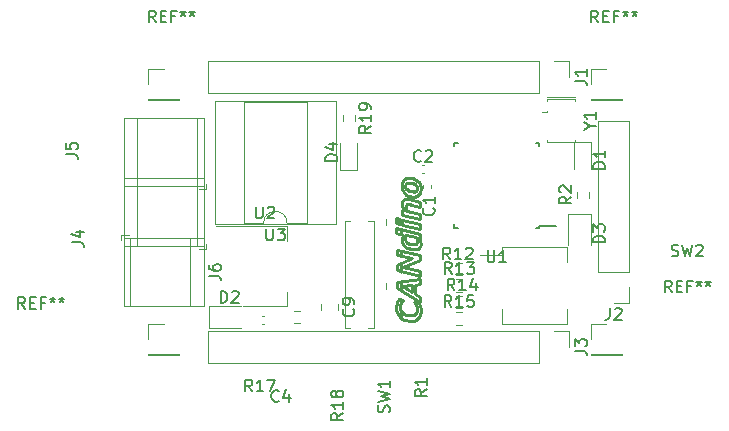
<source format=gbr>
%TF.GenerationSoftware,KiCad,Pcbnew,(5.1.7)-1*%
%TF.CreationDate,2021-02-02T18:20:17+09:00*%
%TF.ProjectId,canboard,63616e62-6f61-4726-942e-6b696361645f,rev?*%
%TF.SameCoordinates,Original*%
%TF.FileFunction,Legend,Top*%
%TF.FilePolarity,Positive*%
%FSLAX46Y46*%
G04 Gerber Fmt 4.6, Leading zero omitted, Abs format (unit mm)*
G04 Created by KiCad (PCBNEW (5.1.7)-1) date 2021-02-02 18:20:17*
%MOMM*%
%LPD*%
G01*
G04 APERTURE LIST*
%ADD10C,0.254000*%
%ADD11C,0.120000*%
%ADD12C,0.150000*%
G04 APERTURE END LIST*
D10*
X228424066Y-39625265D02*
X228411286Y-39726286D01*
X228462408Y-39546694D02*
X228424066Y-39625265D01*
X228526311Y-39490571D02*
X228462408Y-39546694D01*
X228615776Y-39456898D02*
X228526311Y-39490571D01*
X228730801Y-39445673D02*
X228615776Y-39456898D01*
X228848983Y-39450603D02*
X228730801Y-39445673D01*
X228959398Y-39465393D02*
X228848983Y-39450603D01*
X229062045Y-39490042D02*
X228959398Y-39465393D01*
X229156923Y-39524551D02*
X229062045Y-39490042D01*
X229244034Y-39568920D02*
X229156923Y-39524551D01*
X229318939Y-39621426D02*
X229244034Y-39568920D01*
X229377198Y-39680348D02*
X229318939Y-39621426D01*
X229418811Y-39745686D02*
X229377198Y-39680348D01*
X229443780Y-39817440D02*
X229418811Y-39745686D01*
X229452102Y-39895610D02*
X229443780Y-39817440D01*
X229439475Y-39998122D02*
X229452102Y-39895610D01*
X229401592Y-40077855D02*
X229439475Y-39998122D01*
X229338454Y-40134806D02*
X229401592Y-40077855D01*
X229250061Y-40168977D02*
X229338454Y-40134806D01*
X229136413Y-40180367D02*
X229250061Y-40168977D01*
X229017721Y-40175329D02*
X229136413Y-40180367D01*
X228906796Y-40160214D02*
X229017721Y-40175329D01*
X228803639Y-40135023D02*
X228906796Y-40160214D01*
X228708250Y-40099755D02*
X228803639Y-40135023D01*
X228620629Y-40054411D02*
X228708250Y-40099755D01*
X228545265Y-40000980D02*
X228620629Y-40054411D01*
X228486649Y-39941452D02*
X228545265Y-40000980D01*
X228444781Y-39875827D02*
X228486649Y-39941452D01*
X228419659Y-39804105D02*
X228444781Y-39875827D01*
X228411286Y-39726286D02*
X228419659Y-39804105D01*
X229726605Y-39758767D02*
X229737816Y-39912191D01*
X229692969Y-39617370D02*
X229726605Y-39758767D01*
X229636911Y-39488001D02*
X229692969Y-39617370D01*
X229558429Y-39370661D02*
X229636911Y-39488001D01*
X229457523Y-39265348D02*
X229558429Y-39370661D01*
X229339411Y-39175980D02*
X229457523Y-39265348D01*
X229209309Y-39106471D02*
X229339411Y-39175980D01*
X229067217Y-39056821D02*
X229209309Y-39106471D01*
X228913135Y-39027032D02*
X229067217Y-39056821D01*
X228747064Y-39017102D02*
X228913135Y-39027032D01*
X228634564Y-39024360D02*
X228747064Y-39017102D01*
X228532523Y-39046133D02*
X228634564Y-39024360D01*
X228440941Y-39082421D02*
X228532523Y-39046133D01*
X228359819Y-39133224D02*
X228440941Y-39082421D01*
X228289156Y-39198543D02*
X228359819Y-39133224D01*
X228230265Y-39277102D02*
X228289156Y-39198543D01*
X228184462Y-39367625D02*
X228230265Y-39277102D01*
X228151745Y-39470112D02*
X228184462Y-39367625D01*
X228132115Y-39584564D02*
X228151745Y-39470112D01*
X228125571Y-39710980D02*
X228132115Y-39584564D01*
X228136783Y-39864462D02*
X228125571Y-39710980D01*
X228170418Y-40006031D02*
X228136783Y-39864462D01*
X228226477Y-40135686D02*
X228170418Y-40006031D01*
X228304959Y-40253429D02*
X228226477Y-40135686D01*
X228405865Y-40359258D02*
X228304959Y-40253429D01*
X228523977Y-40449143D02*
X228405865Y-40359258D01*
X228654079Y-40519054D02*
X228523977Y-40449143D01*
X228796171Y-40568990D02*
X228654079Y-40519054D01*
X228950253Y-40598952D02*
X228796171Y-40568990D01*
X229116324Y-40608939D02*
X228950253Y-40598952D01*
X229229258Y-40601656D02*
X229116324Y-40608939D01*
X229331579Y-40579806D02*
X229229258Y-40601656D01*
X229423288Y-40543390D02*
X229331579Y-40579806D01*
X229504385Y-40492408D02*
X229423288Y-40543390D01*
X229574870Y-40426860D02*
X229504385Y-40492408D01*
X229633531Y-40348008D02*
X229574870Y-40426860D01*
X229679156Y-40257115D02*
X229633531Y-40348008D01*
X229711745Y-40154181D02*
X229679156Y-40257115D01*
X229731298Y-40039207D02*
X229711745Y-40154181D01*
X229737816Y-39912191D02*
X229731298Y-40039207D01*
X228759819Y-40837893D02*
X229697000Y-41054092D01*
X228714423Y-40828365D02*
X228759819Y-40837893D01*
X228670839Y-40820954D02*
X228714423Y-40828365D01*
X228629066Y-40815661D02*
X228670839Y-40820954D01*
X228589105Y-40812485D02*
X228629066Y-40815661D01*
X228550954Y-40811426D02*
X228589105Y-40812485D01*
X228475119Y-40815782D02*
X228550954Y-40811426D01*
X228406031Y-40828849D02*
X228475119Y-40815782D01*
X228343690Y-40850629D02*
X228406031Y-40828849D01*
X228288097Y-40881120D02*
X228343690Y-40850629D01*
X228239251Y-40920323D02*
X228288097Y-40881120D01*
X228198327Y-40967026D02*
X228239251Y-40920323D01*
X228166496Y-41020017D02*
X228198327Y-40967026D01*
X228143760Y-41079296D02*
X228166496Y-41020017D01*
X228130119Y-41144864D02*
X228143760Y-41079296D01*
X228125571Y-41216719D02*
X228130119Y-41144864D01*
X228127159Y-41258333D02*
X228125571Y-41216719D01*
X228131923Y-41300265D02*
X228127159Y-41258333D01*
X228139864Y-41342517D02*
X228131923Y-41300265D01*
X228150980Y-41385087D02*
X228139864Y-41342517D01*
X228165272Y-41427976D02*
X228150980Y-41385087D01*
X228186554Y-41476286D02*
X228165272Y-41427976D01*
X228218639Y-41535119D02*
X228186554Y-41476286D01*
X228261528Y-41604474D02*
X228218639Y-41535119D01*
X228315221Y-41684353D02*
X228261528Y-41604474D01*
X228379717Y-41774755D02*
X228315221Y-41684353D01*
X228166388Y-41724372D02*
X228379717Y-41774755D01*
X228166388Y-42134130D02*
X228166388Y-41724372D01*
X229697000Y-42486490D02*
X228166388Y-42134130D01*
X229697000Y-42077051D02*
X229697000Y-42486490D01*
X228574551Y-41818441D02*
X229697000Y-42077051D01*
X228530469Y-41733747D02*
X228574551Y-41818441D01*
X228496184Y-41654411D02*
X228530469Y-41733747D01*
X228471694Y-41580431D02*
X228496184Y-41654411D01*
X228457000Y-41511809D02*
X228471694Y-41580431D01*
X228452102Y-41448543D02*
X228457000Y-41511809D01*
X228459462Y-41375189D02*
X228452102Y-41448543D01*
X228481541Y-41318135D02*
X228459462Y-41375189D01*
X228518339Y-41277383D02*
X228481541Y-41318135D01*
X228569857Y-41252931D02*
X228518339Y-41277383D01*
X228636094Y-41244781D02*
X228569857Y-41252931D01*
X228677842Y-41246630D02*
X228636094Y-41244781D01*
X228728339Y-41252179D02*
X228677842Y-41246630D01*
X228787587Y-41261426D02*
X228728339Y-41252179D01*
X228855584Y-41274372D02*
X228787587Y-41261426D01*
X228932332Y-41291018D02*
X228855584Y-41274372D01*
X229697000Y-41466082D02*
X228932332Y-41291018D01*
X229697000Y-41054092D02*
X229697000Y-41466082D01*
X228166388Y-42970865D02*
X228166388Y-42561107D01*
X229697000Y-43323224D02*
X228166388Y-42970865D01*
X229697000Y-42913786D02*
X229697000Y-43323224D01*
X228166388Y-42561107D02*
X229697000Y-42913786D01*
X227615367Y-42851923D02*
X227615367Y-42413148D01*
X227982714Y-42935470D02*
X227615367Y-42851923D01*
X227982714Y-42496694D02*
X227982714Y-42935470D01*
X227615367Y-42413148D02*
X227982714Y-42496694D01*
X228097000Y-43789863D02*
X228097000Y-43378412D01*
X229309245Y-44068760D02*
X228452102Y-43873926D01*
X229353327Y-44149296D02*
X229309245Y-44068760D01*
X229387612Y-44223301D02*
X229353327Y-44149296D01*
X229412102Y-44290776D02*
X229387612Y-44223301D01*
X229426796Y-44351719D02*
X229412102Y-44290776D01*
X229431694Y-44406133D02*
X229426796Y-44351719D01*
X229428856Y-44454372D02*
X229431694Y-44406133D01*
X229420342Y-44497051D02*
X229428856Y-44454372D01*
X229406152Y-44534168D02*
X229420342Y-44497051D01*
X229386286Y-44565724D02*
X229406152Y-44534168D01*
X229360744Y-44591719D02*
X229386286Y-44565724D01*
X229328339Y-44612612D02*
X229360744Y-44591719D01*
X229287886Y-44628862D02*
X229328339Y-44612612D01*
X229239385Y-44640469D02*
X229287886Y-44628862D01*
X229182835Y-44647434D02*
X229239385Y-44640469D01*
X229118237Y-44649755D02*
X229182835Y-44647434D01*
X228997982Y-44644136D02*
X229118237Y-44649755D01*
X228885941Y-44627281D02*
X228997982Y-44644136D01*
X228782115Y-44599188D02*
X228885941Y-44627281D01*
X228686503Y-44559857D02*
X228782115Y-44599188D01*
X228599105Y-44509290D02*
X228686503Y-44559857D01*
X228524143Y-44448798D02*
X228599105Y-44509290D01*
X228465839Y-44379698D02*
X228524143Y-44448798D01*
X228424194Y-44301987D02*
X228465839Y-44379698D01*
X228399207Y-44215667D02*
X228424194Y-44301987D01*
X228390878Y-44120737D02*
X228399207Y-44215667D01*
X228393327Y-44070355D02*
X228390878Y-44120737D01*
X228400673Y-44020482D02*
X228393327Y-44070355D01*
X228412918Y-43971120D02*
X228400673Y-44020482D01*
X228430061Y-43922268D02*
X228412918Y-43971120D01*
X228452102Y-43873926D02*
X228430061Y-43922268D01*
X227615367Y-43676222D02*
X227615367Y-43266783D01*
X228273531Y-43831515D02*
X227615367Y-43676222D01*
X228220265Y-43911298D02*
X228273531Y-43831515D01*
X228178837Y-43994015D02*
X228220265Y-43911298D01*
X228149245Y-44079666D02*
X228178837Y-43994015D01*
X228131490Y-44168250D02*
X228149245Y-44079666D01*
X228125571Y-44259768D02*
X228131490Y-44168250D01*
X228138110Y-44392580D02*
X228125571Y-44259768D01*
X228175724Y-44517038D02*
X228138110Y-44392580D01*
X228238416Y-44633142D02*
X228175724Y-44517038D01*
X228326184Y-44740890D02*
X228238416Y-44633142D01*
X228439028Y-44840284D02*
X228326184Y-44740890D01*
X228569449Y-44925980D02*
X228439028Y-44840284D01*
X228709946Y-44992631D02*
X228569449Y-44925980D01*
X228860520Y-45040240D02*
X228709946Y-44992631D01*
X229021171Y-45068805D02*
X228860520Y-45040240D01*
X229191898Y-45078327D02*
X229021171Y-45068805D01*
X229289117Y-45073677D02*
X229191898Y-45078327D01*
X229377714Y-45059730D02*
X229289117Y-45073677D01*
X229457689Y-45036483D02*
X229377714Y-45059730D01*
X229529041Y-45003939D02*
X229457689Y-45036483D01*
X229591770Y-44962096D02*
X229529041Y-45003939D01*
X229644347Y-44912000D02*
X229591770Y-44962096D01*
X229685240Y-44854698D02*
X229644347Y-44912000D01*
X229714449Y-44790189D02*
X229685240Y-44854698D01*
X229731974Y-44718473D02*
X229714449Y-44790189D01*
X229737816Y-44639551D02*
X229731974Y-44718473D01*
X229728161Y-44546579D02*
X229737816Y-44639551D01*
X229699194Y-44447255D02*
X229728161Y-44546579D01*
X229650916Y-44341579D02*
X229699194Y-44447255D01*
X229583327Y-44229551D02*
X229650916Y-44341579D01*
X229496426Y-44111171D02*
X229583327Y-44229551D01*
X229697000Y-44159959D02*
X229496426Y-44111171D01*
X229697000Y-43749245D02*
X229697000Y-44159959D01*
X227615367Y-43266783D02*
X229697000Y-43749245D01*
X228097000Y-45628550D02*
X228097000Y-45220610D01*
X228097000Y-46954092D02*
X228097000Y-46206656D01*
X227697000Y-45536554D02*
X227697000Y-45128390D01*
X228987816Y-45833429D02*
X227697000Y-45536554D01*
X227697000Y-46374245D02*
X228987816Y-45833429D01*
X227697000Y-46861809D02*
X227697000Y-46374245D01*
X229697000Y-47323224D02*
X227697000Y-46861809D01*
X229697000Y-46915061D02*
X229697000Y-47323224D01*
X228248339Y-46580878D02*
X229697000Y-46915061D01*
X229697000Y-45975329D02*
X228248339Y-46580878D01*
X229697000Y-45589487D02*
X229697000Y-45975329D01*
X227697000Y-45128390D02*
X229697000Y-45589487D01*
X228097000Y-48595163D02*
X228097000Y-47809513D01*
X228962306Y-48672077D02*
X228962306Y-48104793D01*
X228144704Y-48200776D02*
X228962306Y-48672077D01*
X228962306Y-48104793D02*
X228144704Y-48200776D01*
X227697000Y-47866911D02*
X229697000Y-47579921D01*
X227697000Y-48351923D02*
X227697000Y-47866911D01*
X229697000Y-49568122D02*
X227697000Y-48351923D01*
X229697000Y-49101605D02*
X229697000Y-49568122D01*
X229268429Y-48849054D02*
X229697000Y-49101605D01*
X229268429Y-48067485D02*
X229268429Y-48849054D01*
X229697000Y-48017102D02*
X229268429Y-48067485D01*
X229697000Y-47579921D02*
X229697000Y-48017102D01*
X228097000Y-49580692D02*
X228097000Y-49316155D01*
X228097000Y-50876750D02*
X228097000Y-50337859D01*
X227789449Y-49399360D02*
X227864411Y-49262000D01*
X227731145Y-49540010D02*
X227789449Y-49399360D01*
X227689501Y-49683952D02*
X227731145Y-49540010D01*
X227664513Y-49831184D02*
X227689501Y-49683952D01*
X227656184Y-49981707D02*
X227664513Y-49831184D01*
X227670540Y-50176490D02*
X227656184Y-49981707D01*
X227713607Y-50357013D02*
X227670540Y-50176490D01*
X227785386Y-50523276D02*
X227713607Y-50357013D01*
X227885878Y-50675278D02*
X227785386Y-50523276D01*
X228015080Y-50813020D02*
X227885878Y-50675278D01*
X228166184Y-50930571D02*
X228015080Y-50813020D01*
X228332376Y-51022000D02*
X228166184Y-50930571D01*
X228513658Y-51087306D02*
X228332376Y-51022000D01*
X228710029Y-51126490D02*
X228513658Y-51087306D01*
X228921490Y-51139551D02*
X228710029Y-51126490D01*
X229070304Y-51129940D02*
X228921490Y-51139551D01*
X229205010Y-51101107D02*
X229070304Y-51129940D01*
X229325610Y-51053052D02*
X229205010Y-51101107D01*
X229432102Y-50985776D02*
X229325610Y-51053052D01*
X229524487Y-50899277D02*
X229432102Y-50985776D01*
X229601286Y-50796120D02*
X229524487Y-50899277D01*
X229661018Y-50678869D02*
X229601286Y-50796120D01*
X229703684Y-50547523D02*
X229661018Y-50678869D01*
X229729283Y-50402083D02*
X229703684Y-50547523D01*
X229737816Y-50242548D02*
X229729283Y-50402083D01*
X229736898Y-50192198D02*
X229737816Y-50242548D01*
X229734143Y-50140890D02*
X229736898Y-50192198D01*
X229729550Y-50088626D02*
X229734143Y-50140890D01*
X229723122Y-50035406D02*
X229729550Y-50088626D01*
X229714857Y-49981228D02*
X229723122Y-50035406D01*
X229702753Y-49922242D02*
X229714857Y-49981228D01*
X229684806Y-49854596D02*
X229702753Y-49922242D01*
X229661018Y-49778288D02*
X229684806Y-49854596D01*
X229631388Y-49693320D02*
X229661018Y-49778288D01*
X229595916Y-49599691D02*
X229631388Y-49693320D01*
X229186796Y-49506898D02*
X229595916Y-49599691D01*
X229186796Y-49550584D02*
X229186796Y-49506898D01*
X229245253Y-49635782D02*
X229186796Y-49550584D01*
X229294602Y-49713824D02*
X229245253Y-49635782D01*
X229334844Y-49784710D02*
X229294602Y-49713824D01*
X229365980Y-49848441D02*
X229334844Y-49784710D01*
X229388008Y-49905017D02*
X229365980Y-49848441D01*
X229403735Y-49957740D02*
X229388008Y-49905017D01*
X229415967Y-50009915D02*
X229403735Y-49957740D01*
X229424704Y-50061541D02*
X229415967Y-50009915D01*
X229429946Y-50112619D02*
X229424704Y-50061541D01*
X229431694Y-50163148D02*
X229429946Y-50112619D01*
X229426056Y-50252867D02*
X229431694Y-50163148D01*
X229409143Y-50334781D02*
X229426056Y-50252867D01*
X229380954Y-50408888D02*
X229409143Y-50334781D01*
X229341490Y-50475189D02*
X229380954Y-50408888D01*
X229290750Y-50533684D02*
X229341490Y-50475189D01*
X229229628Y-50582816D02*
X229290750Y-50533684D01*
X229159015Y-50621031D02*
X229229628Y-50582816D01*
X229078913Y-50648327D02*
X229159015Y-50621031D01*
X228989321Y-50664704D02*
X229078913Y-50648327D01*
X228890240Y-50670163D02*
X228989321Y-50664704D01*
X228737568Y-50662077D02*
X228890240Y-50670163D01*
X228595112Y-50637816D02*
X228737568Y-50662077D01*
X228462874Y-50597383D02*
X228595112Y-50637816D01*
X228340852Y-50540776D02*
X228462874Y-50597383D01*
X228229047Y-50467995D02*
X228340852Y-50540776D01*
X228133020Y-50382931D02*
X228229047Y-50467995D01*
X228058333Y-50289474D02*
X228133020Y-50382931D01*
X228004985Y-50187625D02*
X228058333Y-50289474D01*
X227972976Y-50077383D02*
X228004985Y-50187625D01*
X227962306Y-49958747D02*
X227972976Y-50077383D01*
X227974551Y-49838327D02*
X227962306Y-49958747D01*
X228011286Y-49722472D02*
X227974551Y-49838327D01*
X228072510Y-49611184D02*
X228011286Y-49722472D01*
X228158224Y-49504462D02*
X228072510Y-49611184D01*
X228268429Y-49402306D02*
X228158224Y-49504462D01*
X228268429Y-49356069D02*
X228268429Y-49402306D01*
X227864411Y-49262000D02*
X228268429Y-49356069D01*
D11*
%TO.C,REF\u002A\u002A*%
X244115000Y-29785000D02*
X245445000Y-29785000D01*
X244115000Y-31115000D02*
X244115000Y-29785000D01*
X244115000Y-32385000D02*
X246775000Y-32385000D01*
X246775000Y-32385000D02*
X246775000Y-32445000D01*
X244115000Y-32385000D02*
X244115000Y-32445000D01*
X244115000Y-32445000D02*
X246775000Y-32445000D01*
X244115000Y-51375000D02*
X245445000Y-51375000D01*
X244115000Y-52705000D02*
X244115000Y-51375000D01*
X244115000Y-53975000D02*
X246775000Y-53975000D01*
X246775000Y-53975000D02*
X246775000Y-54035000D01*
X244115000Y-53975000D02*
X244115000Y-54035000D01*
X244115000Y-54035000D02*
X246775000Y-54035000D01*
X206650000Y-51375000D02*
X207980000Y-51375000D01*
X206650000Y-52705000D02*
X206650000Y-51375000D01*
X206650000Y-53975000D02*
X209310000Y-53975000D01*
X209310000Y-53975000D02*
X209310000Y-54035000D01*
X206650000Y-53975000D02*
X206650000Y-54035000D01*
X206650000Y-54035000D02*
X209310000Y-54035000D01*
X206650000Y-29785000D02*
X207980000Y-29785000D01*
X206650000Y-31115000D02*
X206650000Y-29785000D01*
X206650000Y-32385000D02*
X209310000Y-32385000D01*
X209310000Y-32385000D02*
X209310000Y-32445000D01*
X206650000Y-32385000D02*
X206650000Y-32445000D01*
X206650000Y-32445000D02*
X209310000Y-32445000D01*
%TO.C,J6*%
X205130000Y-44100000D02*
X205130000Y-49880000D01*
X210230000Y-44100000D02*
X210230000Y-49880000D01*
X211350000Y-44100000D02*
X211350000Y-49880000D01*
X204610000Y-44100000D02*
X204610000Y-49880000D01*
X211350000Y-44100000D02*
X204610000Y-44100000D01*
X211350000Y-49880000D02*
X204610000Y-49880000D01*
X205010000Y-43860000D02*
X204370000Y-43860000D01*
X204370000Y-43860000D02*
X204370000Y-44260000D01*
%TO.C,J3*%
X242330000Y-52010000D02*
X242330000Y-53340000D01*
X241000000Y-52010000D02*
X242330000Y-52010000D01*
X239730000Y-52010000D02*
X239730000Y-54670000D01*
X239730000Y-54670000D02*
X211730000Y-54670000D01*
X239730000Y-52010000D02*
X211730000Y-52010000D01*
X211730000Y-52010000D02*
X211730000Y-54670000D01*
%TO.C,J1*%
X242330000Y-29150000D02*
X242330000Y-30480000D01*
X241000000Y-29150000D02*
X242330000Y-29150000D01*
X239730000Y-29150000D02*
X239730000Y-31810000D01*
X239730000Y-31810000D02*
X211730000Y-31810000D01*
X239730000Y-29150000D02*
X211730000Y-29150000D01*
X211730000Y-29150000D02*
X211730000Y-31810000D01*
%TO.C,D3*%
X244165000Y-44736500D02*
X244165000Y-42051500D01*
X244165000Y-42051500D02*
X242245000Y-42051500D01*
X242245000Y-42051500D02*
X242245000Y-44736500D01*
%TO.C,D2*%
X214535500Y-49840000D02*
X211850500Y-49840000D01*
X211850500Y-49840000D02*
X211850500Y-51760000D01*
X211850500Y-51760000D02*
X214535500Y-51760000D01*
%TO.C,Y1*%
X242835000Y-35963000D02*
X240835000Y-35963000D01*
X240835000Y-32363000D02*
X242835000Y-32363000D01*
X240435000Y-33413000D02*
X240035000Y-33413000D01*
X242835000Y-32163000D02*
X240835000Y-32163000D01*
X240835000Y-35963000D02*
X240435000Y-35963000D01*
X240835000Y-32363000D02*
X240435000Y-32363000D01*
X240835000Y-32163000D02*
X240435000Y-32163000D01*
X242835000Y-32363000D02*
X242835000Y-32513000D01*
X240435000Y-32363000D02*
X240435000Y-32513000D01*
X240435000Y-33413000D02*
X240435000Y-33363000D01*
X240435000Y-35963000D02*
X240435000Y-35813000D01*
X242835000Y-35963000D02*
X242835000Y-35813000D01*
%TO.C,U3*%
X218424000Y-42859000D02*
X220074000Y-42859000D01*
X220074000Y-42859000D02*
X220074000Y-32579000D01*
X220074000Y-32579000D02*
X214774000Y-32579000D01*
X214774000Y-32579000D02*
X214774000Y-42859000D01*
X214774000Y-42859000D02*
X216424000Y-42859000D01*
X222564000Y-42919000D02*
X222564000Y-32519000D01*
X222564000Y-32519000D02*
X212284000Y-32519000D01*
X212284000Y-32519000D02*
X212284000Y-42919000D01*
X212284000Y-42919000D02*
X222564000Y-42919000D01*
X216424000Y-42859000D02*
G75*
G02*
X218424000Y-42859000I1000000J0D01*
G01*
%TO.C,U2*%
X218445000Y-49906000D02*
X218445000Y-48646000D01*
X218445000Y-43086000D02*
X218445000Y-44346000D01*
X214685000Y-49906000D02*
X218445000Y-49906000D01*
X212435000Y-43086000D02*
X218445000Y-43086000D01*
D12*
%TO.C,U1*%
X239786000Y-43281000D02*
X239786000Y-43056000D01*
X232536000Y-43281000D02*
X232536000Y-42956000D01*
X232536000Y-36031000D02*
X232536000Y-36356000D01*
X239786000Y-36031000D02*
X239786000Y-36356000D01*
X239786000Y-43281000D02*
X239461000Y-43281000D01*
X239786000Y-36031000D02*
X239461000Y-36031000D01*
X232536000Y-36031000D02*
X232861000Y-36031000D01*
X232536000Y-43281000D02*
X232861000Y-43281000D01*
X239786000Y-43056000D02*
X241211000Y-43056000D01*
D11*
%TO.C,SW2*%
X236635000Y-51368000D02*
X242155000Y-51368000D01*
X234785000Y-45548000D02*
X236635000Y-45548000D01*
X236635000Y-44898000D02*
X236635000Y-45548000D01*
X236635000Y-44898000D02*
X242155000Y-44898000D01*
X242155000Y-44898000D02*
X242155000Y-46167000D01*
X236635000Y-50098000D02*
X236635000Y-51368000D01*
X242155000Y-50098000D02*
X242155000Y-51368000D01*
%TO.C,SW1*%
X225286000Y-51712000D02*
X225786000Y-51712000D01*
X225786000Y-51712000D02*
X225786000Y-42712000D01*
X225786000Y-42712000D02*
X225286000Y-42712000D01*
X223786000Y-42712000D02*
X223286000Y-42712000D01*
X223286000Y-42712000D02*
X223286000Y-51712000D01*
X223286000Y-51712000D02*
X223786000Y-51712000D01*
%TO.C,R19*%
X224169500Y-33734742D02*
X224169500Y-34209258D01*
X223124500Y-33734742D02*
X223124500Y-34209258D01*
%TO.C,R18*%
X227852500Y-48433258D02*
X227852500Y-47958742D01*
X226807500Y-48433258D02*
X226807500Y-47958742D01*
%TO.C,R17*%
X219502258Y-51322500D02*
X219027742Y-51322500D01*
X219502258Y-50277500D02*
X219027742Y-50277500D01*
%TO.C,R15*%
X232744742Y-51449500D02*
X233219258Y-51449500D01*
X232744742Y-50404500D02*
X233219258Y-50404500D01*
%TO.C,R14*%
X232744742Y-50052500D02*
X233219258Y-50052500D01*
X232744742Y-49007500D02*
X233219258Y-49007500D01*
%TO.C,R13*%
X232757442Y-47610500D02*
X233231958Y-47610500D01*
X232757442Y-48655500D02*
X233231958Y-48655500D01*
%TO.C,R12*%
X232744742Y-47258500D02*
X233219258Y-47258500D01*
X232744742Y-46213500D02*
X233219258Y-46213500D01*
%TO.C,R2*%
X242936500Y-40686258D02*
X242936500Y-40211742D01*
X243981500Y-40686258D02*
X243981500Y-40211742D01*
%TO.C,R1*%
X227806500Y-42497742D02*
X227806500Y-42972258D01*
X226761500Y-42497742D02*
X226761500Y-42972258D01*
%TO.C,J5*%
X211590000Y-39960000D02*
X211590000Y-39560000D01*
X210950000Y-39960000D02*
X211590000Y-39960000D01*
X204610000Y-33940000D02*
X211350000Y-33940000D01*
X204610000Y-39720000D02*
X211350000Y-39720000D01*
X211350000Y-39720000D02*
X211350000Y-33940000D01*
X204610000Y-39720000D02*
X204610000Y-33940000D01*
X205730000Y-39720000D02*
X205730000Y-33940000D01*
X210830000Y-39720000D02*
X210830000Y-33940000D01*
%TO.C,J4*%
X211590000Y-45040000D02*
X211590000Y-44640000D01*
X210950000Y-45040000D02*
X211590000Y-45040000D01*
X204610000Y-39020000D02*
X211350000Y-39020000D01*
X204610000Y-44800000D02*
X211350000Y-44800000D01*
X211350000Y-44800000D02*
X211350000Y-39020000D01*
X204610000Y-44800000D02*
X204610000Y-39020000D01*
X205730000Y-44800000D02*
X205730000Y-39020000D01*
X210830000Y-44800000D02*
X210830000Y-39020000D01*
%TO.C,J2*%
X247410000Y-34230000D02*
X244750000Y-34230000D01*
X247410000Y-46990000D02*
X247410000Y-34230000D01*
X244750000Y-46990000D02*
X244750000Y-34230000D01*
X247410000Y-46990000D02*
X244750000Y-46990000D01*
X247410000Y-48260000D02*
X247410000Y-49590000D01*
X247410000Y-49590000D02*
X246080000Y-49590000D01*
%TO.C,D4*%
X222912000Y-36055500D02*
X222912000Y-38340500D01*
X222912000Y-38340500D02*
X224382000Y-38340500D01*
X224382000Y-38340500D02*
X224382000Y-36055500D01*
%TO.C,D1*%
X244194000Y-38290500D02*
X244194000Y-36005500D01*
X244194000Y-36005500D02*
X242724000Y-36005500D01*
X242724000Y-36005500D02*
X242724000Y-38290500D01*
%TO.C,C9*%
X222731000Y-49710748D02*
X222731000Y-50233252D01*
X221261000Y-49710748D02*
X221261000Y-50233252D01*
%TO.C,C4*%
X216487836Y-51414000D02*
X216272164Y-51414000D01*
X216487836Y-50694000D02*
X216272164Y-50694000D01*
%TO.C,C2*%
X230043936Y-38650500D02*
X229828264Y-38650500D01*
X230043936Y-37930500D02*
X229828264Y-37930500D01*
%TO.C,C1*%
X230623700Y-39655864D02*
X230623700Y-39871536D01*
X229903700Y-39655864D02*
X229903700Y-39871536D01*
%TO.C,REF\u002A\u002A*%
D12*
X244746666Y-25852380D02*
X244413333Y-25376190D01*
X244175238Y-25852380D02*
X244175238Y-24852380D01*
X244556190Y-24852380D01*
X244651428Y-24900000D01*
X244699047Y-24947619D01*
X244746666Y-25042857D01*
X244746666Y-25185714D01*
X244699047Y-25280952D01*
X244651428Y-25328571D01*
X244556190Y-25376190D01*
X244175238Y-25376190D01*
X245175238Y-25328571D02*
X245508571Y-25328571D01*
X245651428Y-25852380D02*
X245175238Y-25852380D01*
X245175238Y-24852380D01*
X245651428Y-24852380D01*
X246413333Y-25328571D02*
X246080000Y-25328571D01*
X246080000Y-25852380D02*
X246080000Y-24852380D01*
X246556190Y-24852380D01*
X247080000Y-24852380D02*
X247080000Y-25090476D01*
X246841904Y-24995238D02*
X247080000Y-25090476D01*
X247318095Y-24995238D01*
X246937142Y-25280952D02*
X247080000Y-25090476D01*
X247222857Y-25280952D01*
X247841904Y-24852380D02*
X247841904Y-25090476D01*
X247603809Y-24995238D02*
X247841904Y-25090476D01*
X248080000Y-24995238D01*
X247699047Y-25280952D02*
X247841904Y-25090476D01*
X247984761Y-25280952D01*
X250969666Y-48712380D02*
X250636333Y-48236190D01*
X250398238Y-48712380D02*
X250398238Y-47712380D01*
X250779190Y-47712380D01*
X250874428Y-47760000D01*
X250922047Y-47807619D01*
X250969666Y-47902857D01*
X250969666Y-48045714D01*
X250922047Y-48140952D01*
X250874428Y-48188571D01*
X250779190Y-48236190D01*
X250398238Y-48236190D01*
X251398238Y-48188571D02*
X251731571Y-48188571D01*
X251874428Y-48712380D02*
X251398238Y-48712380D01*
X251398238Y-47712380D01*
X251874428Y-47712380D01*
X252636333Y-48188571D02*
X252303000Y-48188571D01*
X252303000Y-48712380D02*
X252303000Y-47712380D01*
X252779190Y-47712380D01*
X253303000Y-47712380D02*
X253303000Y-47950476D01*
X253064904Y-47855238D02*
X253303000Y-47950476D01*
X253541095Y-47855238D01*
X253160142Y-48140952D02*
X253303000Y-47950476D01*
X253445857Y-48140952D01*
X254064904Y-47712380D02*
X254064904Y-47950476D01*
X253826809Y-47855238D02*
X254064904Y-47950476D01*
X254303000Y-47855238D01*
X253922047Y-48140952D02*
X254064904Y-47950476D01*
X254207761Y-48140952D01*
X196232666Y-50109380D02*
X195899333Y-49633190D01*
X195661238Y-50109380D02*
X195661238Y-49109380D01*
X196042190Y-49109380D01*
X196137428Y-49157000D01*
X196185047Y-49204619D01*
X196232666Y-49299857D01*
X196232666Y-49442714D01*
X196185047Y-49537952D01*
X196137428Y-49585571D01*
X196042190Y-49633190D01*
X195661238Y-49633190D01*
X196661238Y-49585571D02*
X196994571Y-49585571D01*
X197137428Y-50109380D02*
X196661238Y-50109380D01*
X196661238Y-49109380D01*
X197137428Y-49109380D01*
X197899333Y-49585571D02*
X197566000Y-49585571D01*
X197566000Y-50109380D02*
X197566000Y-49109380D01*
X198042190Y-49109380D01*
X198566000Y-49109380D02*
X198566000Y-49347476D01*
X198327904Y-49252238D02*
X198566000Y-49347476D01*
X198804095Y-49252238D01*
X198423142Y-49537952D02*
X198566000Y-49347476D01*
X198708857Y-49537952D01*
X199327904Y-49109380D02*
X199327904Y-49347476D01*
X199089809Y-49252238D02*
X199327904Y-49347476D01*
X199566000Y-49252238D01*
X199185047Y-49537952D02*
X199327904Y-49347476D01*
X199470761Y-49537952D01*
X207281666Y-25852380D02*
X206948333Y-25376190D01*
X206710238Y-25852380D02*
X206710238Y-24852380D01*
X207091190Y-24852380D01*
X207186428Y-24900000D01*
X207234047Y-24947619D01*
X207281666Y-25042857D01*
X207281666Y-25185714D01*
X207234047Y-25280952D01*
X207186428Y-25328571D01*
X207091190Y-25376190D01*
X206710238Y-25376190D01*
X207710238Y-25328571D02*
X208043571Y-25328571D01*
X208186428Y-25852380D02*
X207710238Y-25852380D01*
X207710238Y-24852380D01*
X208186428Y-24852380D01*
X208948333Y-25328571D02*
X208615000Y-25328571D01*
X208615000Y-25852380D02*
X208615000Y-24852380D01*
X209091190Y-24852380D01*
X209615000Y-24852380D02*
X209615000Y-25090476D01*
X209376904Y-24995238D02*
X209615000Y-25090476D01*
X209853095Y-24995238D01*
X209472142Y-25280952D02*
X209615000Y-25090476D01*
X209757857Y-25280952D01*
X210376904Y-24852380D02*
X210376904Y-25090476D01*
X210138809Y-24995238D02*
X210376904Y-25090476D01*
X210615000Y-24995238D01*
X210234047Y-25280952D02*
X210376904Y-25090476D01*
X210519761Y-25280952D01*
%TO.C,J6*%
X211802380Y-47323333D02*
X212516666Y-47323333D01*
X212659523Y-47370952D01*
X212754761Y-47466190D01*
X212802380Y-47609047D01*
X212802380Y-47704285D01*
X211802380Y-46418571D02*
X211802380Y-46609047D01*
X211850000Y-46704285D01*
X211897619Y-46751904D01*
X212040476Y-46847142D01*
X212230952Y-46894761D01*
X212611904Y-46894761D01*
X212707142Y-46847142D01*
X212754761Y-46799523D01*
X212802380Y-46704285D01*
X212802380Y-46513809D01*
X212754761Y-46418571D01*
X212707142Y-46370952D01*
X212611904Y-46323333D01*
X212373809Y-46323333D01*
X212278571Y-46370952D01*
X212230952Y-46418571D01*
X212183333Y-46513809D01*
X212183333Y-46704285D01*
X212230952Y-46799523D01*
X212278571Y-46847142D01*
X212373809Y-46894761D01*
%TO.C,J3*%
X242782380Y-53673333D02*
X243496666Y-53673333D01*
X243639523Y-53720952D01*
X243734761Y-53816190D01*
X243782380Y-53959047D01*
X243782380Y-54054285D01*
X242782380Y-53292380D02*
X242782380Y-52673333D01*
X243163333Y-53006666D01*
X243163333Y-52863809D01*
X243210952Y-52768571D01*
X243258571Y-52720952D01*
X243353809Y-52673333D01*
X243591904Y-52673333D01*
X243687142Y-52720952D01*
X243734761Y-52768571D01*
X243782380Y-52863809D01*
X243782380Y-53149523D01*
X243734761Y-53244761D01*
X243687142Y-53292380D01*
%TO.C,J1*%
X242782380Y-30813333D02*
X243496666Y-30813333D01*
X243639523Y-30860952D01*
X243734761Y-30956190D01*
X243782380Y-31099047D01*
X243782380Y-31194285D01*
X243782380Y-29813333D02*
X243782380Y-30384761D01*
X243782380Y-30099047D02*
X242782380Y-30099047D01*
X242925238Y-30194285D01*
X243020476Y-30289523D01*
X243068095Y-30384761D01*
%TO.C,*%
%TO.C,D3*%
X245307380Y-44474595D02*
X244307380Y-44474595D01*
X244307380Y-44236500D01*
X244355000Y-44093642D01*
X244450238Y-43998404D01*
X244545476Y-43950785D01*
X244735952Y-43903166D01*
X244878809Y-43903166D01*
X245069285Y-43950785D01*
X245164523Y-43998404D01*
X245259761Y-44093642D01*
X245307380Y-44236500D01*
X245307380Y-44474595D01*
X244307380Y-43569833D02*
X244307380Y-42950785D01*
X244688333Y-43284119D01*
X244688333Y-43141261D01*
X244735952Y-43046023D01*
X244783571Y-42998404D01*
X244878809Y-42950785D01*
X245116904Y-42950785D01*
X245212142Y-42998404D01*
X245259761Y-43046023D01*
X245307380Y-43141261D01*
X245307380Y-43426976D01*
X245259761Y-43522214D01*
X245212142Y-43569833D01*
%TO.C,D2*%
X212797404Y-49602380D02*
X212797404Y-48602380D01*
X213035500Y-48602380D01*
X213178357Y-48650000D01*
X213273595Y-48745238D01*
X213321214Y-48840476D01*
X213368833Y-49030952D01*
X213368833Y-49173809D01*
X213321214Y-49364285D01*
X213273595Y-49459523D01*
X213178357Y-49554761D01*
X213035500Y-49602380D01*
X212797404Y-49602380D01*
X213749785Y-48697619D02*
X213797404Y-48650000D01*
X213892642Y-48602380D01*
X214130738Y-48602380D01*
X214225976Y-48650000D01*
X214273595Y-48697619D01*
X214321214Y-48792857D01*
X214321214Y-48888095D01*
X214273595Y-49030952D01*
X213702166Y-49602380D01*
X214321214Y-49602380D01*
%TO.C,Y1*%
X244061190Y-34639190D02*
X244537380Y-34639190D01*
X243537380Y-34972523D02*
X244061190Y-34639190D01*
X243537380Y-34305857D01*
X244537380Y-33448714D02*
X244537380Y-34020142D01*
X244537380Y-33734428D02*
X243537380Y-33734428D01*
X243680238Y-33829666D01*
X243775476Y-33924904D01*
X243823095Y-34020142D01*
%TO.C,U3*%
X216662095Y-43311380D02*
X216662095Y-44120904D01*
X216709714Y-44216142D01*
X216757333Y-44263761D01*
X216852571Y-44311380D01*
X217043047Y-44311380D01*
X217138285Y-44263761D01*
X217185904Y-44216142D01*
X217233523Y-44120904D01*
X217233523Y-43311380D01*
X217614476Y-43311380D02*
X218233523Y-43311380D01*
X217900190Y-43692333D01*
X218043047Y-43692333D01*
X218138285Y-43739952D01*
X218185904Y-43787571D01*
X218233523Y-43882809D01*
X218233523Y-44120904D01*
X218185904Y-44216142D01*
X218138285Y-44263761D01*
X218043047Y-44311380D01*
X217757333Y-44311380D01*
X217662095Y-44263761D01*
X217614476Y-44216142D01*
%TO.C,U2*%
X215773095Y-41448380D02*
X215773095Y-42257904D01*
X215820714Y-42353142D01*
X215868333Y-42400761D01*
X215963571Y-42448380D01*
X216154047Y-42448380D01*
X216249285Y-42400761D01*
X216296904Y-42353142D01*
X216344523Y-42257904D01*
X216344523Y-41448380D01*
X216773095Y-41543619D02*
X216820714Y-41496000D01*
X216915952Y-41448380D01*
X217154047Y-41448380D01*
X217249285Y-41496000D01*
X217296904Y-41543619D01*
X217344523Y-41638857D01*
X217344523Y-41734095D01*
X217296904Y-41876952D01*
X216725476Y-42448380D01*
X217344523Y-42448380D01*
%TO.C,U1*%
X235399095Y-45158380D02*
X235399095Y-45967904D01*
X235446714Y-46063142D01*
X235494333Y-46110761D01*
X235589571Y-46158380D01*
X235780047Y-46158380D01*
X235875285Y-46110761D01*
X235922904Y-46063142D01*
X235970523Y-45967904D01*
X235970523Y-45158380D01*
X236970523Y-46158380D02*
X236399095Y-46158380D01*
X236684809Y-46158380D02*
X236684809Y-45158380D01*
X236589571Y-45301238D01*
X236494333Y-45396476D01*
X236399095Y-45444095D01*
%TO.C,SW2*%
X250969666Y-45616761D02*
X251112523Y-45664380D01*
X251350619Y-45664380D01*
X251445857Y-45616761D01*
X251493476Y-45569142D01*
X251541095Y-45473904D01*
X251541095Y-45378666D01*
X251493476Y-45283428D01*
X251445857Y-45235809D01*
X251350619Y-45188190D01*
X251160142Y-45140571D01*
X251064904Y-45092952D01*
X251017285Y-45045333D01*
X250969666Y-44950095D01*
X250969666Y-44854857D01*
X251017285Y-44759619D01*
X251064904Y-44712000D01*
X251160142Y-44664380D01*
X251398238Y-44664380D01*
X251541095Y-44712000D01*
X251874428Y-44664380D02*
X252112523Y-45664380D01*
X252303000Y-44950095D01*
X252493476Y-45664380D01*
X252731571Y-44664380D01*
X253064904Y-44759619D02*
X253112523Y-44712000D01*
X253207761Y-44664380D01*
X253445857Y-44664380D01*
X253541095Y-44712000D01*
X253588714Y-44759619D01*
X253636333Y-44854857D01*
X253636333Y-44950095D01*
X253588714Y-45092952D01*
X253017285Y-45664380D01*
X253636333Y-45664380D01*
%TO.C,SW1*%
X227053761Y-58864333D02*
X227101380Y-58721476D01*
X227101380Y-58483380D01*
X227053761Y-58388142D01*
X227006142Y-58340523D01*
X226910904Y-58292904D01*
X226815666Y-58292904D01*
X226720428Y-58340523D01*
X226672809Y-58388142D01*
X226625190Y-58483380D01*
X226577571Y-58673857D01*
X226529952Y-58769095D01*
X226482333Y-58816714D01*
X226387095Y-58864333D01*
X226291857Y-58864333D01*
X226196619Y-58816714D01*
X226149000Y-58769095D01*
X226101380Y-58673857D01*
X226101380Y-58435761D01*
X226149000Y-58292904D01*
X226101380Y-57959571D02*
X227101380Y-57721476D01*
X226387095Y-57531000D01*
X227101380Y-57340523D01*
X226101380Y-57102428D01*
X227101380Y-56197666D02*
X227101380Y-56769095D01*
X227101380Y-56483380D02*
X226101380Y-56483380D01*
X226244238Y-56578619D01*
X226339476Y-56673857D01*
X226387095Y-56769095D01*
%TO.C,R19*%
X225529380Y-34614857D02*
X225053190Y-34948190D01*
X225529380Y-35186285D02*
X224529380Y-35186285D01*
X224529380Y-34805333D01*
X224577000Y-34710095D01*
X224624619Y-34662476D01*
X224719857Y-34614857D01*
X224862714Y-34614857D01*
X224957952Y-34662476D01*
X225005571Y-34710095D01*
X225053190Y-34805333D01*
X225053190Y-35186285D01*
X225529380Y-33662476D02*
X225529380Y-34233904D01*
X225529380Y-33948190D02*
X224529380Y-33948190D01*
X224672238Y-34043428D01*
X224767476Y-34138666D01*
X224815095Y-34233904D01*
X225529380Y-33186285D02*
X225529380Y-32995809D01*
X225481761Y-32900571D01*
X225434142Y-32852952D01*
X225291285Y-32757714D01*
X225100809Y-32710095D01*
X224719857Y-32710095D01*
X224624619Y-32757714D01*
X224577000Y-32805333D01*
X224529380Y-32900571D01*
X224529380Y-33091047D01*
X224577000Y-33186285D01*
X224624619Y-33233904D01*
X224719857Y-33281523D01*
X224957952Y-33281523D01*
X225053190Y-33233904D01*
X225100809Y-33186285D01*
X225148428Y-33091047D01*
X225148428Y-32900571D01*
X225100809Y-32805333D01*
X225053190Y-32757714D01*
X224957952Y-32710095D01*
%TO.C,R18*%
X223164380Y-58935857D02*
X222688190Y-59269190D01*
X223164380Y-59507285D02*
X222164380Y-59507285D01*
X222164380Y-59126333D01*
X222212000Y-59031095D01*
X222259619Y-58983476D01*
X222354857Y-58935857D01*
X222497714Y-58935857D01*
X222592952Y-58983476D01*
X222640571Y-59031095D01*
X222688190Y-59126333D01*
X222688190Y-59507285D01*
X223164380Y-57983476D02*
X223164380Y-58554904D01*
X223164380Y-58269190D02*
X222164380Y-58269190D01*
X222307238Y-58364428D01*
X222402476Y-58459666D01*
X222450095Y-58554904D01*
X222592952Y-57412047D02*
X222545333Y-57507285D01*
X222497714Y-57554904D01*
X222402476Y-57602523D01*
X222354857Y-57602523D01*
X222259619Y-57554904D01*
X222212000Y-57507285D01*
X222164380Y-57412047D01*
X222164380Y-57221571D01*
X222212000Y-57126333D01*
X222259619Y-57078714D01*
X222354857Y-57031095D01*
X222402476Y-57031095D01*
X222497714Y-57078714D01*
X222545333Y-57126333D01*
X222592952Y-57221571D01*
X222592952Y-57412047D01*
X222640571Y-57507285D01*
X222688190Y-57554904D01*
X222783428Y-57602523D01*
X222973904Y-57602523D01*
X223069142Y-57554904D01*
X223116761Y-57507285D01*
X223164380Y-57412047D01*
X223164380Y-57221571D01*
X223116761Y-57126333D01*
X223069142Y-57078714D01*
X222973904Y-57031095D01*
X222783428Y-57031095D01*
X222688190Y-57078714D01*
X222640571Y-57126333D01*
X222592952Y-57221571D01*
%TO.C,R17*%
X215465142Y-57094380D02*
X215131809Y-56618190D01*
X214893714Y-57094380D02*
X214893714Y-56094380D01*
X215274666Y-56094380D01*
X215369904Y-56142000D01*
X215417523Y-56189619D01*
X215465142Y-56284857D01*
X215465142Y-56427714D01*
X215417523Y-56522952D01*
X215369904Y-56570571D01*
X215274666Y-56618190D01*
X214893714Y-56618190D01*
X216417523Y-57094380D02*
X215846095Y-57094380D01*
X216131809Y-57094380D02*
X216131809Y-56094380D01*
X216036571Y-56237238D01*
X215941333Y-56332476D01*
X215846095Y-56380095D01*
X216750857Y-56094380D02*
X217417523Y-56094380D01*
X216988952Y-57094380D01*
%TO.C,R15*%
X232339142Y-49949380D02*
X232005809Y-49473190D01*
X231767714Y-49949380D02*
X231767714Y-48949380D01*
X232148666Y-48949380D01*
X232243904Y-48997000D01*
X232291523Y-49044619D01*
X232339142Y-49139857D01*
X232339142Y-49282714D01*
X232291523Y-49377952D01*
X232243904Y-49425571D01*
X232148666Y-49473190D01*
X231767714Y-49473190D01*
X233291523Y-49949380D02*
X232720095Y-49949380D01*
X233005809Y-49949380D02*
X233005809Y-48949380D01*
X232910571Y-49092238D01*
X232815333Y-49187476D01*
X232720095Y-49235095D01*
X234196285Y-48949380D02*
X233720095Y-48949380D01*
X233672476Y-49425571D01*
X233720095Y-49377952D01*
X233815333Y-49330333D01*
X234053428Y-49330333D01*
X234148666Y-49377952D01*
X234196285Y-49425571D01*
X234243904Y-49520809D01*
X234243904Y-49758904D01*
X234196285Y-49854142D01*
X234148666Y-49901761D01*
X234053428Y-49949380D01*
X233815333Y-49949380D01*
X233720095Y-49901761D01*
X233672476Y-49854142D01*
%TO.C,R14*%
X232593142Y-48552380D02*
X232259809Y-48076190D01*
X232021714Y-48552380D02*
X232021714Y-47552380D01*
X232402666Y-47552380D01*
X232497904Y-47600000D01*
X232545523Y-47647619D01*
X232593142Y-47742857D01*
X232593142Y-47885714D01*
X232545523Y-47980952D01*
X232497904Y-48028571D01*
X232402666Y-48076190D01*
X232021714Y-48076190D01*
X233545523Y-48552380D02*
X232974095Y-48552380D01*
X233259809Y-48552380D02*
X233259809Y-47552380D01*
X233164571Y-47695238D01*
X233069333Y-47790476D01*
X232974095Y-47838095D01*
X234402666Y-47885714D02*
X234402666Y-48552380D01*
X234164571Y-47504761D02*
X233926476Y-48219047D01*
X234545523Y-48219047D01*
%TO.C,R13*%
X232351842Y-47155380D02*
X232018509Y-46679190D01*
X231780414Y-47155380D02*
X231780414Y-46155380D01*
X232161366Y-46155380D01*
X232256604Y-46203000D01*
X232304223Y-46250619D01*
X232351842Y-46345857D01*
X232351842Y-46488714D01*
X232304223Y-46583952D01*
X232256604Y-46631571D01*
X232161366Y-46679190D01*
X231780414Y-46679190D01*
X233304223Y-47155380D02*
X232732795Y-47155380D01*
X233018509Y-47155380D02*
X233018509Y-46155380D01*
X232923271Y-46298238D01*
X232828033Y-46393476D01*
X232732795Y-46441095D01*
X233637557Y-46155380D02*
X234256604Y-46155380D01*
X233923271Y-46536333D01*
X234066128Y-46536333D01*
X234161366Y-46583952D01*
X234208985Y-46631571D01*
X234256604Y-46726809D01*
X234256604Y-46964904D01*
X234208985Y-47060142D01*
X234161366Y-47107761D01*
X234066128Y-47155380D01*
X233780414Y-47155380D01*
X233685176Y-47107761D01*
X233637557Y-47060142D01*
%TO.C,R12*%
X232229142Y-45918380D02*
X231895809Y-45442190D01*
X231657714Y-45918380D02*
X231657714Y-44918380D01*
X232038666Y-44918380D01*
X232133904Y-44966000D01*
X232181523Y-45013619D01*
X232229142Y-45108857D01*
X232229142Y-45251714D01*
X232181523Y-45346952D01*
X232133904Y-45394571D01*
X232038666Y-45442190D01*
X231657714Y-45442190D01*
X233181523Y-45918380D02*
X232610095Y-45918380D01*
X232895809Y-45918380D02*
X232895809Y-44918380D01*
X232800571Y-45061238D01*
X232705333Y-45156476D01*
X232610095Y-45204095D01*
X233562476Y-45013619D02*
X233610095Y-44966000D01*
X233705333Y-44918380D01*
X233943428Y-44918380D01*
X234038666Y-44966000D01*
X234086285Y-45013619D01*
X234133904Y-45108857D01*
X234133904Y-45204095D01*
X234086285Y-45346952D01*
X233514857Y-45918380D01*
X234133904Y-45918380D01*
%TO.C,R2*%
X242481380Y-40615666D02*
X242005190Y-40949000D01*
X242481380Y-41187095D02*
X241481380Y-41187095D01*
X241481380Y-40806142D01*
X241529000Y-40710904D01*
X241576619Y-40663285D01*
X241671857Y-40615666D01*
X241814714Y-40615666D01*
X241909952Y-40663285D01*
X241957571Y-40710904D01*
X242005190Y-40806142D01*
X242005190Y-41187095D01*
X241576619Y-40234714D02*
X241529000Y-40187095D01*
X241481380Y-40091857D01*
X241481380Y-39853761D01*
X241529000Y-39758523D01*
X241576619Y-39710904D01*
X241671857Y-39663285D01*
X241767095Y-39663285D01*
X241909952Y-39710904D01*
X242481380Y-40282333D01*
X242481380Y-39663285D01*
%TO.C,R1*%
X230230380Y-56935666D02*
X229754190Y-57269000D01*
X230230380Y-57507095D02*
X229230380Y-57507095D01*
X229230380Y-57126142D01*
X229278000Y-57030904D01*
X229325619Y-56983285D01*
X229420857Y-56935666D01*
X229563714Y-56935666D01*
X229658952Y-56983285D01*
X229706571Y-57030904D01*
X229754190Y-57126142D01*
X229754190Y-57507095D01*
X230230380Y-55983285D02*
X230230380Y-56554714D01*
X230230380Y-56269000D02*
X229230380Y-56269000D01*
X229373238Y-56364238D01*
X229468476Y-56459476D01*
X229516095Y-56554714D01*
%TO.C,J5*%
X199685380Y-37036333D02*
X200399666Y-37036333D01*
X200542523Y-37083952D01*
X200637761Y-37179190D01*
X200685380Y-37322047D01*
X200685380Y-37417285D01*
X199685380Y-36083952D02*
X199685380Y-36560142D01*
X200161571Y-36607761D01*
X200113952Y-36560142D01*
X200066333Y-36464904D01*
X200066333Y-36226809D01*
X200113952Y-36131571D01*
X200161571Y-36083952D01*
X200256809Y-36036333D01*
X200494904Y-36036333D01*
X200590142Y-36083952D01*
X200637761Y-36131571D01*
X200685380Y-36226809D01*
X200685380Y-36464904D01*
X200637761Y-36560142D01*
X200590142Y-36607761D01*
%TO.C,J4*%
X200193380Y-44467976D02*
X200907666Y-44467976D01*
X201050523Y-44515595D01*
X201145761Y-44610833D01*
X201193380Y-44753690D01*
X201193380Y-44848928D01*
X200526714Y-43563214D02*
X201193380Y-43563214D01*
X200145761Y-43801309D02*
X200860047Y-44039404D01*
X200860047Y-43420357D01*
%TO.C,J2*%
X245746666Y-50042380D02*
X245746666Y-50756666D01*
X245699047Y-50899523D01*
X245603809Y-50994761D01*
X245460952Y-51042380D01*
X245365714Y-51042380D01*
X246175238Y-50137619D02*
X246222857Y-50090000D01*
X246318095Y-50042380D01*
X246556190Y-50042380D01*
X246651428Y-50090000D01*
X246699047Y-50137619D01*
X246746666Y-50232857D01*
X246746666Y-50328095D01*
X246699047Y-50470952D01*
X246127619Y-51042380D01*
X246746666Y-51042380D01*
%TO.C,D4*%
X222669380Y-37593595D02*
X221669380Y-37593595D01*
X221669380Y-37355500D01*
X221717000Y-37212642D01*
X221812238Y-37117404D01*
X221907476Y-37069785D01*
X222097952Y-37022166D01*
X222240809Y-37022166D01*
X222431285Y-37069785D01*
X222526523Y-37117404D01*
X222621761Y-37212642D01*
X222669380Y-37355500D01*
X222669380Y-37593595D01*
X222002714Y-36165023D02*
X222669380Y-36165023D01*
X221621761Y-36403119D02*
X222336047Y-36641214D01*
X222336047Y-36022166D01*
%TO.C,D1*%
X245341380Y-38228595D02*
X244341380Y-38228595D01*
X244341380Y-37990500D01*
X244389000Y-37847642D01*
X244484238Y-37752404D01*
X244579476Y-37704785D01*
X244769952Y-37657166D01*
X244912809Y-37657166D01*
X245103285Y-37704785D01*
X245198523Y-37752404D01*
X245293761Y-37847642D01*
X245341380Y-37990500D01*
X245341380Y-38228595D01*
X245341380Y-36704785D02*
X245341380Y-37276214D01*
X245341380Y-36990500D02*
X244341380Y-36990500D01*
X244484238Y-37085738D01*
X244579476Y-37180976D01*
X244627095Y-37276214D01*
%TO.C,C9*%
X224033142Y-50138666D02*
X224080761Y-50186285D01*
X224128380Y-50329142D01*
X224128380Y-50424380D01*
X224080761Y-50567238D01*
X223985523Y-50662476D01*
X223890285Y-50710095D01*
X223699809Y-50757714D01*
X223556952Y-50757714D01*
X223366476Y-50710095D01*
X223271238Y-50662476D01*
X223176000Y-50567238D01*
X223128380Y-50424380D01*
X223128380Y-50329142D01*
X223176000Y-50186285D01*
X223223619Y-50138666D01*
X224128380Y-49662476D02*
X224128380Y-49472000D01*
X224080761Y-49376761D01*
X224033142Y-49329142D01*
X223890285Y-49233904D01*
X223699809Y-49186285D01*
X223318857Y-49186285D01*
X223223619Y-49233904D01*
X223176000Y-49281523D01*
X223128380Y-49376761D01*
X223128380Y-49567238D01*
X223176000Y-49662476D01*
X223223619Y-49710095D01*
X223318857Y-49757714D01*
X223556952Y-49757714D01*
X223652190Y-49710095D01*
X223699809Y-49662476D01*
X223747428Y-49567238D01*
X223747428Y-49376761D01*
X223699809Y-49281523D01*
X223652190Y-49233904D01*
X223556952Y-49186285D01*
%TO.C,C4*%
X217719333Y-57888142D02*
X217671714Y-57935761D01*
X217528857Y-57983380D01*
X217433619Y-57983380D01*
X217290761Y-57935761D01*
X217195523Y-57840523D01*
X217147904Y-57745285D01*
X217100285Y-57554809D01*
X217100285Y-57411952D01*
X217147904Y-57221476D01*
X217195523Y-57126238D01*
X217290761Y-57031000D01*
X217433619Y-56983380D01*
X217528857Y-56983380D01*
X217671714Y-57031000D01*
X217719333Y-57078619D01*
X218576476Y-57316714D02*
X218576476Y-57983380D01*
X218338380Y-56935761D02*
X218100285Y-57650047D01*
X218719333Y-57650047D01*
%TO.C,C2*%
X229769433Y-37568142D02*
X229721814Y-37615761D01*
X229578957Y-37663380D01*
X229483719Y-37663380D01*
X229340861Y-37615761D01*
X229245623Y-37520523D01*
X229198004Y-37425285D01*
X229150385Y-37234809D01*
X229150385Y-37091952D01*
X229198004Y-36901476D01*
X229245623Y-36806238D01*
X229340861Y-36711000D01*
X229483719Y-36663380D01*
X229578957Y-36663380D01*
X229721814Y-36711000D01*
X229769433Y-36758619D01*
X230150385Y-36758619D02*
X230198004Y-36711000D01*
X230293242Y-36663380D01*
X230531338Y-36663380D01*
X230626576Y-36711000D01*
X230674195Y-36758619D01*
X230721814Y-36853857D01*
X230721814Y-36949095D01*
X230674195Y-37091952D01*
X230102766Y-37663380D01*
X230721814Y-37663380D01*
%TO.C,C1*%
X230816142Y-41568666D02*
X230863761Y-41616285D01*
X230911380Y-41759142D01*
X230911380Y-41854380D01*
X230863761Y-41997238D01*
X230768523Y-42092476D01*
X230673285Y-42140095D01*
X230482809Y-42187714D01*
X230339952Y-42187714D01*
X230149476Y-42140095D01*
X230054238Y-42092476D01*
X229959000Y-41997238D01*
X229911380Y-41854380D01*
X229911380Y-41759142D01*
X229959000Y-41616285D01*
X230006619Y-41568666D01*
X230911380Y-40616285D02*
X230911380Y-41187714D01*
X230911380Y-40902000D02*
X229911380Y-40902000D01*
X230054238Y-40997238D01*
X230149476Y-41092476D01*
X230197095Y-41187714D01*
%TD*%
M02*

</source>
